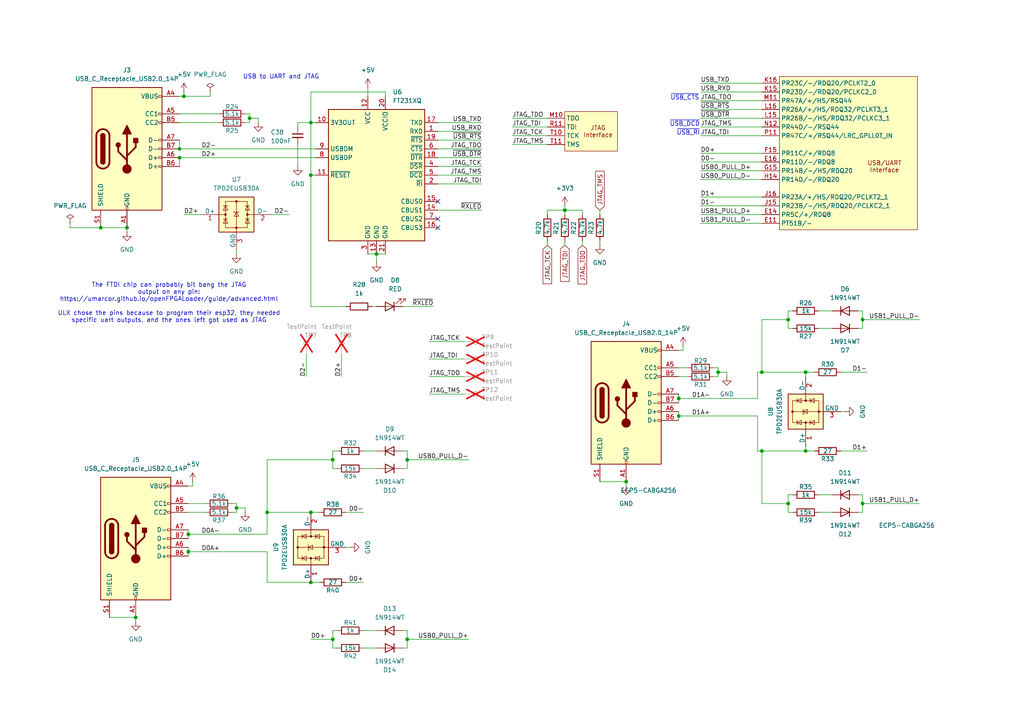
<source format=kicad_sch>
(kicad_sch (version 20250114) (generator "eeschema") (generator_version "9.0")
  (paper "A4")
  (title_block (title "Icepi zero") (date "2025-06-16") (rev "v1.2") (company "Chengyin Yao (cheyao)") (comment 1 "https://github.com/cheyao/icepi-zero") (comment 9 "OSHWA FR000026"))
  (text "~{USB_DCD}" (at 198.628 36.068 0) (effects (font (size 1.27 1.27))))
  (text "~{USB_RI}" (at 199.644 38.608 0) (effects (font (size 1.27 1.27))))
  (text "USB to UART and JTAG" (at 81.534 22.352 0) (effects (font (size 1.27 1.27))))
  (text "The FTDI chip can probably bit bang the JTAG\noutput on any pin:\nhttps://umarcor.github.io/openFPGALoader/guide/advanced.html\n\nULX chose the pins because to program their esp32, they needed\nspecific uart outputs, and the ones left got used as JTAG" (at 49.022 87.884 0) (effects (font (size 1.27 1.27))))
  (text "~{USB_CTS}" (at 198.628 28.448 0) (effects (font (size 1.27 1.27))))
  (junction (at 77.47 148.59))
  (junction (at 72.39 34.29))
  (junction (at 109.22 73.66))
  (junction (at 233.68 107.95))
  (junction (at 53.34 27.94))
  (junction (at 90.17 50.8))
  (junction (at 68.58 147.32))
  (junction (at 39.37 179.07))
  (junction (at 54.61 154.94))
  (junction (at 196.85 115.57))
  (junction (at 36.83 66.04))
  (junction (at 52.07 45.72))
  (junction (at 220.98 130.81))
  (junction (at 220.98 107.95))
  (junction (at 96.52 185.42))
  (junction (at 29.21 66.04))
  (junction (at 181.61 139.7))
  (junction (at 228.6 92.71))
  (junction (at 208.28 107.95))
  (junction (at 52.07 43.18))
  (junction (at 118.11 185.42))
  (junction (at 196.85 120.65))
  (junction (at 250.19 92.71))
  (junction (at 54.61 160.02))
  (junction (at 233.68 130.81))
  (junction (at 228.6 146.05))
  (junction (at 96.52 133.35))
  (junction (at 163.83 60.96))
  (junction (at 90.17 148.59))
  (junction (at 250.19 146.05))
  (junction (at 90.17 35.56))
  (junction (at 118.11 133.35))
  (junction (at 90.17 168.91))
  (no_connect (at 127 66.04))
  (no_connect (at 127 63.5))
  (no_connect (at 127 58.42))
  (wire (pts (xy 105.41 135.89) (xy 109.22 135.89)))
  (wire (pts (xy 158.75 69.85) (xy 158.75 71.12)))
  (wire (pts (xy 77.47 133.35) (xy 77.47 148.59)))
  (wire (pts (xy 72.39 33.02) (xy 72.39 34.29)))
  (wire (pts (xy 118.11 133.35) (xy 135.89 133.35)))
  (wire (pts (xy 100.33 88.9) (xy 90.17 88.9)))
  (wire (pts (xy 245.11 119.38) (xy 243.84 119.38)))
  (wire (pts (xy 250.19 148.59) (xy 248.92 148.59)))
  (wire (pts (xy 99.06 102.87) (xy 99.06 109.22)))
  (wire (pts (xy 116.84 187.96) (xy 118.11 187.96)))
  (wire (pts (xy 54.61 154.94) (xy 77.47 154.94)))
  (wire (pts (xy 124.46 104.14) (xy 134.62 104.14)))
  (wire (pts (xy 228.6 92.71) (xy 228.6 95.25)))
  (wire (pts (xy 90.17 88.9) (xy 90.17 50.8)))
  (wire (pts (xy 77.47 133.35) (xy 96.52 133.35)))
  (wire (pts (xy 101.6 158.75) (xy 100.33 158.75)))
  (wire (pts (xy 198.12 100.33) (xy 198.12 101.6)))
  (wire (pts (xy 173.99 69.85) (xy 173.99 71.12)))
  (wire (pts (xy 54.61 158.75) (xy 54.61 160.02)))
  (wire (pts (xy 118.11 133.35) (xy 118.11 135.89)))
  (wire (pts (xy 196.85 120.65) (xy 196.85 121.92)))
  (wire (pts (xy 233.68 107.95) (xy 220.98 107.95)))
  (wire (pts (xy 196.85 115.57) (xy 219.71 115.57)))
  (wire (pts (xy 207.01 109.22) (xy 208.28 109.22)))
  (wire (pts (xy 250.19 146.05) (xy 250.19 148.59)))
  (wire (pts (xy 96.52 130.81) (xy 97.79 130.81)))
  (wire (pts (xy 173.99 60.96) (xy 173.99 62.23)))
  (wire (pts (xy 228.6 95.25) (xy 229.87 95.25)))
  (wire (pts (xy 127 50.8) (xy 139.7 50.8)))
  (wire (pts (xy 233.68 109.22) (xy 233.68 107.95)))
  (wire (pts (xy 91.44 45.72) (xy 52.07 45.72)))
  (wire (pts (xy 203.2 34.29) (xy 220.98 34.29)))
  (wire (pts (xy 168.91 60.96) (xy 168.91 62.23)))
  (wire (pts (xy 96.52 182.88) (xy 97.79 182.88)))
  (wire (pts (xy 96.52 135.89) (xy 97.79 135.89)))
  (wire (pts (xy 127 60.96) (xy 139.7 60.96)))
  (wire (pts (xy 220.98 146.05) (xy 220.98 130.81)))
  (wire (pts (xy 158.75 60.96) (xy 158.75 62.23)))
  (wire (pts (xy 77.47 148.59) (xy 77.47 154.94)))
  (wire (pts (xy 243.84 130.81) (xy 251.46 130.81)))
  (wire (pts (xy 208.28 106.68) (xy 208.28 107.95)))
  (wire (pts (xy 148.59 41.91) (xy 158.75 41.91)))
  (wire (pts (xy 71.12 33.02) (xy 72.39 33.02)))
  (wire (pts (xy 203.2 24.13) (xy 220.98 24.13)))
  (wire (pts (xy 163.83 60.96) (xy 158.75 60.96)))
  (wire (pts (xy 55.88 139.7) (xy 55.88 140.97)))
  (wire (pts (xy 207.01 106.68) (xy 208.28 106.68)))
  (wire (pts (xy 243.84 107.95) (xy 251.46 107.95)))
  (wire (pts (xy 196.85 106.68) (xy 199.39 106.68)))
  (wire (pts (xy 228.6 143.51) (xy 229.87 143.51)))
  (wire (pts (xy 118.11 185.42) (xy 135.89 185.42)))
  (wire (pts (xy 196.85 114.3) (xy 196.85 115.57)))
  (wire (pts (xy 106.68 73.66) (xy 109.22 73.66)))
  (wire (pts (xy 233.68 130.81) (xy 233.68 129.54)))
  (wire (pts (xy 228.6 90.17) (xy 229.87 90.17)))
  (wire (pts (xy 219.71 120.65) (xy 219.71 130.81)))
  (wire (pts (xy 203.2 49.53) (xy 220.98 49.53)))
  (wire (pts (xy 210.82 109.22) (xy 210.82 107.95)))
  (wire (pts (xy 52.07 35.56) (xy 63.5 35.56)))
  (wire (pts (xy 220.98 146.05) (xy 228.6 146.05)))
  (wire (pts (xy 127 45.72) (xy 139.7 45.72)))
  (wire (pts (xy 90.17 185.42) (xy 96.52 185.42)))
  (wire (pts (xy 203.2 26.67) (xy 220.98 26.67)))
  (wire (pts (xy 250.19 143.51) (xy 250.19 146.05)))
  (wire (pts (xy 53.34 62.23) (xy 58.42 62.23)))
  (wire (pts (xy 203.2 29.21) (xy 220.98 29.21)))
  (wire (pts (xy 90.17 50.8) (xy 90.17 35.56)))
  (wire (pts (xy 90.17 148.59) (xy 77.47 148.59)))
  (wire (pts (xy 111.76 27.94) (xy 111.76 26.67)))
  (wire (pts (xy 124.46 114.3) (xy 134.62 114.3)))
  (wire (pts (xy 220.98 130.81) (xy 233.68 130.81)))
  (wire (pts (xy 203.2 64.77) (xy 220.98 64.77)))
  (wire (pts (xy 74.93 35.56) (xy 74.93 34.29)))
  (wire (pts (xy 67.31 146.05) (xy 68.58 146.05)))
  (wire (pts (xy 127 48.26) (xy 139.7 48.26)))
  (wire (pts (xy 20.32 64.77) (xy 20.32 66.04)))
  (wire (pts (xy 68.58 72.39) (xy 68.58 73.66)))
  (wire (pts (xy 148.59 36.83) (xy 158.75 36.83)))
  (wire (pts (xy 203.2 57.15) (xy 220.98 57.15)))
  (wire (pts (xy 203.2 52.07) (xy 220.98 52.07)))
  (wire (pts (xy 220.98 92.71) (xy 228.6 92.71)))
  (wire (pts (xy 86.36 36.83) (xy 86.36 35.56)))
  (wire (pts (xy 248.92 95.25) (xy 250.19 95.25)))
  (wire (pts (xy 55.88 140.97) (xy 54.61 140.97)))
  (wire (pts (xy 203.2 46.99) (xy 220.98 46.99)))
  (wire (pts (xy 72.39 34.29) (xy 72.39 35.56)))
  (wire (pts (xy 228.6 148.59) (xy 229.87 148.59)))
  (wire (pts (xy 68.58 147.32) (xy 68.58 148.59)))
  (wire (pts (xy 118.11 185.42) (xy 118.11 187.96)))
  (wire (pts (xy 96.52 187.96) (xy 97.79 187.96)))
  (wire (pts (xy 77.47 160.02) (xy 77.47 168.91)))
  (wire (pts (xy 105.41 187.96) (xy 109.22 187.96)))
  (wire (pts (xy 52.07 43.18) (xy 91.44 43.18)))
  (wire (pts (xy 124.46 99.06) (xy 134.62 99.06)))
  (wire (pts (xy 60.96 27.94) (xy 53.34 27.94)))
  (wire (pts (xy 54.61 154.94) (xy 54.61 153.67)))
  (wire (pts (xy 77.47 168.91) (xy 90.17 168.91)))
  (wire (pts (xy 100.33 148.59) (xy 105.41 148.59)))
  (wire (pts (xy 163.83 60.96) (xy 163.83 62.23)))
  (wire (pts (xy 250.19 92.71) (xy 250.19 95.25)))
  (wire (pts (xy 203.2 36.83) (xy 220.98 36.83)))
  (wire (pts (xy 203.2 39.37) (xy 220.98 39.37)))
  (wire (pts (xy 237.49 90.17) (xy 241.3 90.17)))
  (wire (pts (xy 54.61 156.21) (xy 54.61 154.94)))
  (wire (pts (xy 54.61 160.02) (xy 54.61 161.29)))
  (wire (pts (xy 96.52 187.96) (xy 96.52 185.42)))
  (wire (pts (xy 90.17 168.91) (xy 92.71 168.91)))
  (wire (pts (xy 109.22 73.66) (xy 111.76 73.66)))
  (wire (pts (xy 71.12 35.56) (xy 72.39 35.56)))
  (wire (pts (xy 196.85 115.57) (xy 196.85 116.84)))
  (wire (pts (xy 116.84 182.88) (xy 118.11 182.88)))
  (wire (pts (xy 233.68 130.81) (xy 236.22 130.81)))
  (wire (pts (xy 116.84 130.81) (xy 118.11 130.81)))
  (wire (pts (xy 163.83 59.69) (xy 163.83 60.96)))
  (wire (pts (xy 90.17 148.59) (xy 92.71 148.59)))
  (wire (pts (xy 86.36 35.56) (xy 90.17 35.56)))
  (wire (pts (xy 228.6 146.05) (xy 228.6 143.51)))
  (wire (pts (xy 106.68 25.4) (xy 106.68 27.94)))
  (wire (pts (xy 237.49 143.51) (xy 241.3 143.51)))
  (wire (pts (xy 228.6 92.71) (xy 228.6 90.17)))
  (wire (pts (xy 208.28 107.95) (xy 208.28 109.22)))
  (wire (pts (xy 67.31 148.59) (xy 68.58 148.59)))
  (wire (pts (xy 105.41 182.88) (xy 109.22 182.88)))
  (wire (pts (xy 248.92 90.17) (xy 250.19 90.17)))
  (wire (pts (xy 127 43.18) (xy 139.7 43.18)))
  (wire (pts (xy 203.2 31.75) (xy 220.98 31.75)))
  (wire (pts (xy 116.84 135.89) (xy 118.11 135.89)))
  (wire (pts (xy 250.19 92.71) (xy 266.7 92.71)))
  (wire (pts (xy 233.68 107.95) (xy 236.22 107.95)))
  (wire (pts (xy 118.11 130.81) (xy 118.11 133.35)))
  (wire (pts (xy 54.61 146.05) (xy 59.69 146.05)))
  (wire (pts (xy 54.61 160.02) (xy 77.47 160.02)))
  (wire (pts (xy 148.59 39.37) (xy 158.75 39.37)))
  (wire (pts (xy 90.17 26.67) (xy 90.17 35.56)))
  (wire (pts (xy 118.11 182.88) (xy 118.11 185.42)))
  (wire (pts (xy 203.2 62.23) (xy 220.98 62.23)))
  (wire (pts (xy 107.95 88.9) (xy 109.22 88.9)))
  (wire (pts (xy 53.34 26.67) (xy 53.34 27.94)))
  (wire (pts (xy 116.84 88.9) (xy 125.73 88.9)))
  (wire (pts (xy 208.28 107.95) (xy 210.82 107.95)))
  (wire (pts (xy 78.74 62.23) (xy 83.82 62.23)))
  (wire (pts (xy 71.12 148.59) (xy 71.12 147.32)))
  (wire (pts (xy 181.61 139.7) (xy 181.61 140.97)))
  (wire (pts (xy 248.92 143.51) (xy 250.19 143.51)))
  (wire (pts (xy 54.61 148.59) (xy 59.69 148.59)))
  (wire (pts (xy 29.21 66.04) (xy 36.83 66.04)))
  (wire (pts (xy 237.49 148.59) (xy 241.3 148.59)))
  (wire (pts (xy 96.52 135.89) (xy 96.52 133.35)))
  (wire (pts (xy 163.83 69.85) (xy 163.83 71.12)))
  (wire (pts (xy 86.36 41.91) (xy 86.36 48.26)))
  (wire (pts (xy 39.37 179.07) (xy 39.37 180.34)))
  (wire (pts (xy 219.71 107.95) (xy 219.71 115.57)))
  (wire (pts (xy 68.58 146.05) (xy 68.58 147.32)))
  (wire (pts (xy 127 40.64) (xy 139.7 40.64)))
  (wire (pts (xy 109.22 76.2) (xy 109.22 73.66)))
  (wire (pts (xy 220.98 107.95) (xy 219.71 107.95)))
  (wire (pts (xy 90.17 35.56) (xy 91.44 35.56)))
  (wire (pts (xy 52.07 33.02) (xy 63.5 33.02)))
  (wire (pts (xy 196.85 120.65) (xy 219.71 120.65)))
  (wire (pts (xy 72.39 34.29) (xy 74.93 34.29)))
  (wire (pts (xy 250.19 146.05) (xy 266.7 146.05)))
  (wire (pts (xy 68.58 147.32) (xy 71.12 147.32)))
  (wire (pts (xy 163.83 60.96) (xy 168.91 60.96)))
  (wire (pts (xy 100.33 168.91) (xy 105.41 168.91)))
  (wire (pts (xy 36.83 66.04) (xy 36.83 67.31)))
  (wire (pts (xy 53.34 27.94) (xy 52.07 27.94)))
  (wire (pts (xy 228.6 146.05) (xy 228.6 148.59)))
  (wire (pts (xy 196.85 109.22) (xy 199.39 109.22)))
  (wire (pts (xy 148.59 34.29) (xy 158.75 34.29)))
  (wire (pts (xy 219.71 130.81) (xy 220.98 130.81)))
  (wire (pts (xy 198.12 101.6) (xy 196.85 101.6)))
  (wire (pts (xy 91.44 50.8) (xy 90.17 50.8)))
  (wire (pts (xy 237.49 95.25) (xy 241.3 95.25)))
  (wire (pts (xy 96.52 133.35) (xy 96.52 130.81)))
  (wire (pts (xy 196.85 119.38) (xy 196.85 120.65)))
  (wire (pts (xy 52.07 40.64) (xy 52.07 43.18)))
  (wire (pts (xy 31.75 179.07) (xy 39.37 179.07)))
  (wire (pts (xy 96.52 185.42) (xy 96.52 182.88)))
  (wire (pts (xy 88.9 102.87) (xy 88.9 109.22)))
  (wire (pts (xy 52.07 45.72) (xy 52.07 48.26)))
  (wire (pts (xy 127 38.1) (xy 139.7 38.1)))
  (wire (pts (xy 203.2 44.45) (xy 220.98 44.45)))
  (wire (pts (xy 60.96 26.67) (xy 60.96 27.94)))
  (wire (pts (xy 168.91 69.85) (xy 168.91 71.12)))
  (wire (pts (xy 127 35.56) (xy 139.7 35.56)))
  (wire (pts (xy 20.32 66.04) (xy 29.21 66.04)))
  (wire (pts (xy 173.99 139.7) (xy 181.61 139.7)))
  (wire (pts (xy 111.76 26.67) (xy 90.17 26.67)))
  (wire (pts (xy 124.46 109.22) (xy 134.62 109.22)))
  (wire (pts (xy 203.2 59.69) (xy 220.98 59.69)))
  (wire (pts (xy 127 53.34) (xy 139.7 53.34)))
  (wire (pts (xy 250.19 90.17) (xy 250.19 92.71)))
  (wire (pts (xy 220.98 107.95) (xy 220.98 92.71)))
  (wire (pts (xy 105.41 130.81) (xy 109.22 130.81)))
  (label "JTAG_TDO" (at 139.7 43.18 180))
  (label "JTAG_TCK" (at 139.7 48.26 180))
  (label "D0+" (at 203.2 44.45 0))
  (label "D2-" (at 83.82 62.23 180))
  (label "D0-" (at 105.41 148.59 180))
  (label "~{USB_DTR}" (at 139.7 45.72 180))
  (label "USB1_PULL_D-" (at 266.7 92.71 180))
  (label "USB1_PULL_D-" (at 203.2 64.77 0))
  (label "USB1_PULL_D+" (at 203.2 62.23 0))
  (label "D0A-" (at 58.42 154.94 0))
  (label "D1A+" (at 200.66 120.65 0))
  (label "~{USB_RTS}" (at 203.2 31.75 0))
  (label "~{RXLED}" (at 125.73 88.9 180))
  (label "JTAG_TDI" (at 139.7 53.34 180))
  (label "JTAG_TDI" (at 148.59 36.83 0))
  (label "D1-" (at 203.2 59.69 0))
  (label "D1-" (at 251.46 107.95 180))
  (label "JTAG_TMS" (at 148.59 41.91 0))
  (label "D2-" (at 58.42 43.18 0))
  (label "JTAG_TDI" (at 203.2 39.37 0))
  (label "D2-" (at 88.9 109.22 90))
  (label "D0+" (at 90.17 185.42 0))
  (label "USB0_PULL_D+" (at 203.2 49.53 0))
  (label "USB_TXD" (at 139.7 35.56 180))
  (label "~{RXLED}" (at 139.7 60.96 180))
  (label "~{USB_RTS}" (at 139.7 40.64 180))
  (label "USB0_PULL_D-" (at 203.2 52.07 0))
  (label "D2+" (at 53.34 62.23 0))
  (label "D1A-" (at 200.66 115.57 0))
  (label "JTAG_TCK" (at 124.46 99.06 0))
  (label "JTAG_TDO" (at 148.59 34.29 0))
  (label "D1+" (at 251.46 130.81 180))
  (label "USB0_PULL_D-" (at 135.89 133.35 180))
  (label "D0A+" (at 58.42 160.02 0))
  (label "D2+" (at 58.42 45.72 0))
  (label "USB1_PULL_D+" (at 266.7 146.05 180))
  (label "USB_TXD" (at 203.2 24.13 0))
  (label "USB0_PULL_D+" (at 135.89 185.42 180))
  (label "D1+" (at 203.2 57.15 0))
  (label "D0+" (at 105.41 168.91 180))
  (label "D0-" (at 203.2 46.99 0))
  (label "~{USB_DTR}" (at 203.2 34.29 0))
  (label "JTAG_TDI" (at 124.46 104.14 0))
  (label "JTAG_TMS" (at 139.7 50.8 180))
  (label "JTAG_TMS" (at 203.2 36.83 0))
  (label "USB_RXD" (at 139.7 38.1 180))
  (label "JTAG_TDO" (at 203.2 29.21 0))
  (label "JTAG_TCK" (at 148.59 39.37 0))
  (label "D2+" (at 99.06 109.22 90))
  (label "JTAG_TDO" (at 124.46 109.22 0))
  (label "USB_RXD" (at 203.2 26.67 0))
  (label "JTAG_TMS" (at 124.46 114.3 0))
  (global_label "JTAG_TMS" (shape input) (at 173.99 60.96 90) (property "Intersheetrefs" "${INTERSHEET_REFS}" (effects (hide yes))))
  (global_label "JTAG_TCK" (shape input) (at 158.75 71.12 270) (property "Intersheetrefs" "${INTERSHEET_REFS}" (effects (hide yes))))
  (global_label "JTAG_TDI" (shape input) (at 163.83 71.12 270) (property "Intersheetrefs" "${INTERSHEET_REFS}" (effects (hide yes))))
  (global_label "JTAG_TDO" (shape input) (at 168.91 71.12 270) (property "Intersheetrefs" "${INTERSHEET_REFS}" (effects (hide yes))))
  (symbol (lib_id "Device:R") (at 240.03 130.81 270) (unit 1)
    (property "Reference" "R33" (at 240.03 133.096 90))
    (property "Value" "27" (at 240.03 130.81 90))
    (property "Footprint" "Resistor_SMD:R_0201_0603Metric" (effects (hide yes)))
    (property "Description" "Resistor" (effects (hide yes)))
    (property "LCSC Part #" "C473051" (effects (hide yes)))
  )
  (symbol (lib_id "Connector:USB_C_Receptacle_USB2.0_14P") (at 181.61 116.84 0) (unit 1)
    (property "Reference" "J4" (at 181.61 93.98 0))
    (property "Value" "USB_C_Receptacle_USB2.0_14P" (at 181.61 96.52 0))
    (property "Footprint" "Connector_USB:USB_C_Receptacle_GCT_USB4105-xx-A_16P_TopMnt_Horizontal" (effects (hide yes)))
    (property "Datasheet" "https://www.usb.org/sites/default/files/documents/usb_type-c.zip" (effects (hide yes)))
    (property "Description" "USB 2.0-only 14P Type-C Receptacle connector" (effects (hide yes)))
    (property "LCSC Part #" "C2765186" (effects (hide yes)))
  )
  (symbol (lib_id "Diode:1N914WT") (at 245.11 148.59 0) (mirror y) (unit 1)
    (property "Reference" "D12" (at 245.11 154.94 0))
    (property "Value" "1N914WT" (at 245.11 152.4 0))
    (property "Footprint" "Diode_SMD:D_SOD-523" (effects (hide yes)))
    (property "Datasheet" "http://www.mouser.com/ds/2/149/1N4148WT-461550.pdf" (effects (hide yes)))
    (property "Description" "75V 0.15A Fast switching Diode, SOD-523" (effects (hide yes)))
    (property "Sim.Device" "D" (effects (hide yes)))
    (property "Sim.Pins" "1=K 2=A" (effects (hide yes)))
    (property "LCSC Part #" "C2836064" (effects (hide yes)))
  )
  (symbol (lib_id "Power_Protection:TPD2EUSB30A") (at 68.58 62.23 0) (unit 1)
    (property "Reference" "U7" (at 68.58 52.07 0))
    (property "Value" "TPD2EUSB30A" (at 68.58 54.61 0))
    (property "Footprint" "Package_TO_SOT_SMD:Texas_DRT-3" (effects (hide yes)))
    (property "Datasheet" "http://www.ti.com/lit/ds/symlink/tpd2eusb30a.pdf" (effects (hide yes)))
    (property "Description" "2-Channel ESD Protection for Super-Speed USB 3.0 Interface, DRT-3" (effects (hide yes)))
    (property "LCSC Part #" "C3011197" (effects (hide yes)))
  )
  (symbol (lib_id "Device:R") (at 233.68 90.17 270) (mirror x) (unit 1)
    (property "Reference" "R26" (at 233.68 87.884 90))
    (property "Value" "1k" (at 233.68 90.17 90))
    (property "Footprint" "Resistor_SMD:R_0402_1005Metric" (effects (hide yes)))
    (property "Description" "Resistor" (effects (hide yes)))
    (property "LCSC Part #" "C11702" (effects (hide yes)))
  )
  (symbol (lib_id "power:GND") (at 71.12 148.59 0) (unit 1)
    (property "Reference" "#PWR068" (effects (hide yes)))
    (property "Value" "GND" (at 71.12 153.67 0))
    (property "Description" "Power symbol creates a global label with name \"GND\" , ground" (effects (hide yes)))
  )
  (symbol (lib_id "power:+5V") (at 106.68 25.4 0) (unit 1)
    (property "Reference" "#PWR056" (effects (hide yes)))
    (property "Value" "+5V" (at 106.68 20.32 0))
    (property "Description" "Power symbol creates a global label with name \"+5V\"" (effects (hide yes)))
  )
  (symbol (lib_id "power:GND") (at 210.82 109.22 0) (unit 1)
    (property "Reference" "#PWR064" (effects (hide yes)))
    (property "Value" "GND" (at 210.82 114.3 0))
    (property "Description" "Power symbol creates a global label with name \"GND\" , ground" (effects (hide yes)))
  )
  (symbol (lib_id "Connector:TestPoint") (at 134.62 104.14 270) (unit 1) (dnp yes)
    (property "Reference" "TP10" (at 139.7 102.8699 90) (effects (justify left)))
    (property "Value" "TestPoint" (at 139.7 105.4099 90) (effects (justify left)))
    (property "Footprint" "TestPoint:TestPoint_Pad_D1.0mm" (effects (hide yes)))
    (property "Description" "test point" (effects (hide yes)))
  )
  (symbol (lib_id "power:GND") (at 181.61 140.97 0) (unit 1)
    (property "Reference" "#PWR067" (effects (hide yes)))
    (property "Value" "GND" (at 181.61 146.05 0))
    (property "Description" "Power symbol creates a global label with name \"GND\" , ground" (effects (hide yes)))
  )
  (symbol (lib_id "power:GND") (at 36.83 67.31 0) (unit 1)
    (property "Reference" "#PWR060" (effects (hide yes)))
    (property "Value" "GND" (at 36.83 72.39 0))
    (property "Description" "Power symbol creates a global label with name \"GND\" , ground" (effects (hide yes)))
  )
  (symbol (lib_id "Connector:USB_C_Receptacle_USB2.0_14P") (at 36.83 43.18 0) (unit 1)
    (property "Reference" "J3" (at 36.83 20.32 0))
    (property "Value" "USB_C_Receptacle_USB2.0_14P" (at 36.83 22.86 0))
    (property "Footprint" "Connector_USB:USB_C_Receptacle_GCT_USB4105-xx-A_16P_TopMnt_Horizontal" (effects (hide yes)))
    (property "Datasheet" "https://www.usb.org/sites/default/files/documents/usb_type-c.zip" (effects (hide yes)))
    (property "Description" "USB 2.0-only 14P Type-C Receptacle connector" (effects (hide yes)))
    (property "LCSC Part #" "C2765186" (effects (hide yes)))
  )
  (symbol (lib_id "power:GND") (at 109.22 76.2 0) (unit 1)
    (property "Reference" "#PWR062" (effects (hide yes)))
    (property "Value" "GND" (at 109.22 81.28 0))
    (property "Description" "Power symbol creates a global label with name \"GND\" , ground" (effects (hide yes)))
  )
  (symbol (lib_id "Diode:1N914WT") (at 113.03 182.88 0) (mirror x) (unit 1)
    (property "Reference" "D13" (at 113.03 176.53 0))
    (property "Value" "1N914WT" (at 113.03 179.07 0))
    (property "Footprint" "Diode_SMD:D_SOD-523" (effects (hide yes)))
    (property "Datasheet" "http://www.mouser.com/ds/2/149/1N4148WT-461550.pdf" (effects (hide yes)))
    (property "Description" "75V 0.15A Fast switching Diode, SOD-523" (effects (hide yes)))
    (property "Sim.Device" "D" (effects (hide yes)))
    (property "Sim.Pins" "1=K 2=A" (effects (hide yes)))
    (property "LCSC Part #" "C2836064" (effects (hide yes)))
  )
  (symbol (lib_id "Device:R") (at 96.52 148.59 270) (mirror x) (unit 1)
    (property "Reference" "R38" (at 96.52 146.304 90))
    (property "Value" "27" (at 96.52 148.59 90))
    (property "Footprint" "Resistor_SMD:R_0201_0603Metric" (effects (hide yes)))
    (property "Description" "Resistor" (effects (hide yes)))
    (property "LCSC Part #" "C473051" (effects (hide yes)))
  )
  (symbol (lib_id "Device:R") (at 203.2 109.22 270) (unit 1)
    (property "Reference" "R31" (at 203.2 111.506 90))
    (property "Value" "5.1k" (at 203.2 109.22 90))
    (property "Footprint" "Resistor_SMD:R_0402_1005Metric" (effects (hide yes)))
    (property "Description" "Resistor" (effects (hide yes)))
    (property "LCSC Part #" "C25905 " (effects (hide yes)))
  )
  (symbol (lib_id "Device:R") (at 101.6 135.89 270) (unit 1)
    (property "Reference" "R34" (at 101.6 138.176 90))
    (property "Value" "15k" (at 101.6 135.89 90))
    (property "Footprint" "Resistor_SMD:R_0402_1005Metric" (effects (hide yes)))
    (property "Description" "Resistor" (effects (hide yes)))
    (property "LCSC Part #" "C25756" (effects (hide yes)))
  )
  (symbol (lib_id "Device:R") (at 168.91 66.04 0) (unit 1)
    (property "Reference" "R22" (at 166.37 68.072 90) (effects (justify left)))
    (property "Value" "4.7k" (at 168.91 68.072 90) (effects (justify left)))
    (property "Footprint" "Resistor_SMD:R_0402_1005Metric" (effects (hide yes)))
    (property "Description" "Resistor" (effects (hide yes)))
    (property "LCSC Part #" "C25900 " (effects (hide yes)))
  )
  (symbol (lib_id "Diode:1N914WT") (at 245.11 95.25 0) (mirror y) (unit 1)
    (property "Reference" "D7" (at 245.11 101.6 0))
    (property "Value" "1N914WT" (at 245.11 99.06 0))
    (property "Footprint" "Diode_SMD:D_SOD-523" (effects (hide yes)))
    (property "Datasheet" "http://www.mouser.com/ds/2/149/1N4148WT-461550.pdf" (effects (hide yes)))
    (property "Description" "75V 0.15A Fast switching Diode, SOD-523" (effects (hide yes)))
    (property "Sim.Device" "D" (effects (hide yes)))
    (property "Sim.Pins" "1=K 2=A" (effects (hide yes)))
    (property "LCSC Part #" "C2836064" (effects (hide yes)))
  )
  (symbol (lib_id "Device:R") (at 101.6 130.81 270) (mirror x) (unit 1)
    (property "Reference" "R32" (at 101.6 128.524 90))
    (property "Value" "1k" (at 101.6 130.81 90))
    (property "Footprint" "Resistor_SMD:R_0402_1005Metric" (effects (hide yes)))
    (property "Description" "Resistor" (effects (hide yes)))
    (property "LCSC Part #" "C11702" (effects (hide yes)))
  )
  (symbol (lib_id "Device:C_Small") (at 86.36 39.37 0) (unit 1)
    (property "Reference" "C38" (at 78.486 38.354 0) (effects (justify left)))
    (property "Value" "100nF" (at 78.486 40.894 0) (effects (justify left)))
    (property "Footprint" "Capacitor_SMD:C_0402_1005Metric" (effects (hide yes)))
    (property "Description" "Unpolarized capacitor, small symbol" (effects (hide yes)))
    (property "LCSC Part #" "C307331 " (effects (hide yes)))
  )
  (symbol (lib_id "Device:R") (at 163.83 66.04 0) (unit 1)
    (property "Reference" "R21" (at 161.29 68.072 90) (effects (justify left)))
    (property "Value" "4.7k" (at 163.83 68.072 90) (effects (justify left)))
    (property "Footprint" "Resistor_SMD:R_0402_1005Metric" (effects (hide yes)))
    (property "Description" "Resistor" (effects (hide yes)))
    (property "LCSC Part #" "C25900 " (effects (hide yes)))
  )
  (symbol (lib_id "Connector:TestPoint") (at 99.06 102.87 0) (unit 1) (dnp yes)
    (property "Reference" "TP8" (at 102.108 97.282 0) (effects (justify right)))
    (property "Value" "TestPoint" (at 102.108 94.742 0) (effects (justify right)))
    (property "Footprint" "TestPoint:TestPoint_Pad_D2.0mm" (effects (hide yes)))
    (property "Description" "test point" (effects (hide yes)))
  )
  (symbol (lib_id "power:GND") (at 74.93 35.56 0) (unit 1)
    (property "Reference" "#PWR058" (effects (hide yes)))
    (property "Value" "GND" (at 74.93 40.64 0))
    (property "Description" "Power symbol creates a global label with name \"GND\" , ground" (effects (hide yes)))
  )
  (symbol (lib_id "power:GND") (at 86.36 48.26 0) (unit 1)
    (property "Reference" "#PWR059" (effects (hide yes)))
    (property "Value" "GND" (at 86.36 53.34 0))
    (property "Description" "Power symbol creates a global label with name \"GND\" , ground" (effects (hide yes)))
  )
  (symbol (lib_id "Device:LED") (at 113.03 88.9 180) (unit 1)
    (property "Reference" "D8" (at 114.6175 81.28 0))
    (property "Value" "RED" (at 114.6175 83.82 0))
    (property "Footprint" "LED_SMD:LED_0603_1608Metric" (effects (hide yes)))
    (property "Description" "Light emitting diode" (effects (hide yes)))
    (property "Sim.Pins" "1=K 2=A" (effects (hide yes)))
    (property "LCSC Part #" "C2286 " (effects (hide yes)))
  )
  (symbol (lib_id "Diode:1N914WT") (at 113.03 187.96 0) (mirror y) (unit 1)
    (property "Reference" "D14" (at 113.03 194.31 0))
    (property "Value" "1N914WT" (at 113.03 191.77 0))
    (property "Footprint" "Diode_SMD:D_SOD-523" (effects (hide yes)))
    (property "Datasheet" "http://www.mouser.com/ds/2/149/1N4148WT-461550.pdf" (effects (hide yes)))
    (property "Description" "75V 0.15A Fast switching Diode, SOD-523" (effects (hide yes)))
    (property "Sim.Device" "D" (effects (hide yes)))
    (property "Sim.Pins" "1=K 2=A" (effects (hide yes)))
    (property "LCSC Part #" "C2836064" (effects (hide yes)))
  )
  (symbol (lib_id "power:+5V") (at 198.12 100.33 0) (unit 1)
    (property "Reference" "#PWR063" (effects (hide yes)))
    (property "Value" "+5V" (at 198.12 95.25 0))
    (property "Description" "Power symbol creates a global label with name \"+5V\"" (effects (hide yes)))
  )
  (symbol (lib_id "power:GND") (at 68.58 73.66 0) (unit 1)
    (property "Reference" "#PWR061" (effects (hide yes)))
    (property "Value" "GND" (at 68.58 78.74 0))
    (property "Description" "Power symbol creates a global label with name \"GND\" , ground" (effects (hide yes)))
  )
  (symbol (lib_id "Device:R") (at 104.14 88.9 90) (unit 1)
    (property "Reference" "R28" (at 104.14 82.55 90))
    (property "Value" "1k" (at 104.14 85.09 90))
    (property "Footprint" "Resistor_SMD:R_0402_1005Metric" (effects (hide yes)))
    (property "Description" "Resistor" (effects (hide yes)))
    (property "LCSC Part #" "C11702" (effects (hide yes)))
  )
  (symbol (lib_id "Interface_USB:FT231XQ") (at 109.22 50.8 0) (unit 1)
    (property "Reference" "U6" (at 113.9033 26.67 0) (effects (justify left)))
    (property "Value" "FT231XQ" (at 113.9033 29.21 0) (effects (justify left)))
    (property "Footprint" "Package_DFN_QFN:QFN-20-1EP_4x4mm_P0.5mm_EP2.5x2.5mm" (effects (hide yes)))
    (property "Datasheet" "https://www.ftdichip.com/Support/Documents/DataSheets/ICs/DS_FT231X.pdf" (effects (hide yes)))
    (property "Description" "Full Speed USB to Full Handshake UART, QFN-20" (effects (hide yes)))
    (property "LCSC Part #" "C132159" (effects (hide yes)))
  )
  (symbol (lib_id "Power_Protection:TPD2EUSB30A") (at 90.17 158.75 90) (unit 1)
    (property "Reference" "U9" (at 80.01 158.75 0))
    (property "Value" "TPD2EUSB30A" (at 82.55 158.75 0))
    (property "Footprint" "Package_TO_SOT_SMD:Texas_DRT-3" (effects (hide yes)))
    (property "Datasheet" "http://www.ti.com/lit/ds/symlink/tpd2eusb30a.pdf" (effects (hide yes)))
    (property "Description" "2-Channel ESD Protection for Super-Speed USB 3.0 Interface, DRT-3" (effects (hide yes)))
    (property "LCSC Part #" "C3011197" (effects (hide yes)))
  )
  (symbol (lib_id "Diode:1N914WT") (at 245.11 143.51 0) (mirror x) (unit 1)
    (property "Reference" "D11" (at 245.11 137.16 0))
    (property "Value" "1N914WT" (at 245.11 139.7 0))
    (property "Footprint" "Diode_SMD:D_SOD-523" (effects (hide yes)))
    (property "Datasheet" "http://www.mouser.com/ds/2/149/1N4148WT-461550.pdf" (effects (hide yes)))
    (property "Description" "75V 0.15A Fast switching Diode, SOD-523" (effects (hide yes)))
    (property "Sim.Device" "D" (effects (hide yes)))
    (property "Sim.Pins" "1=K 2=A" (effects (hide yes)))
    (property "LCSC Part #" "C2836064" (effects (hide yes)))
  )
  (symbol (lib_id "Device:R") (at 67.31 35.56 270) (unit 1)
    (property "Reference" "R25" (at 67.31 37.846 90))
    (property "Value" "5.1k" (at 67.31 35.56 90))
    (property "Footprint" "Resistor_SMD:R_0402_1005Metric" (effects (hide yes)))
    (property "Description" "Resistor" (effects (hide yes)))
    (property "LCSC Part #" "C25905 " (effects (hide yes)))
  )
  (symbol (lib_id "Device:R") (at 173.99 66.04 0) (unit 1)
    (property "Reference" "R23" (at 171.45 68.072 90) (effects (justify left)))
    (property "Value" "4.7k" (at 173.99 68.072 90) (effects (justify left)))
    (property "Footprint" "Resistor_SMD:R_0402_1005Metric" (effects (hide yes)))
    (property "Description" "Resistor" (effects (hide yes)))
    (property "LCSC Part #" "C25900 " (effects (hide yes)))
  )
  (symbol (lib_id "power:PWR_FLAG") (at 20.32 64.77 0) (unit 1)
    (property "Reference" "#FLG07" (effects (hide yes)))
    (property "Value" "PWR_FLAG" (at 20.32 59.69 0))
    (property "Description" "Special symbol for telling ERC where power comes from" (effects (hide yes)))
  )
  (symbol (lib_id "power:+5V") (at 55.88 139.7 0) (unit 1)
    (property "Reference" "#PWR066" (effects (hide yes)))
    (property "Value" "+5V" (at 55.88 134.62 0))
    (property "Description" "Power symbol creates a global label with name \"+5V\"" (effects (hide yes)))
  )
  (symbol (lib_id "icepi-lib:LFE5U-25F-6BG256x") (at 171.45 38.1 0) (unit 2)
    (property "Reference" "U1" (effects (hide yes)))
    (property "Value" "ECP5-CABGA256" (at 179.9433 142.24 0) (effects (justify left)))
    (property "Footprint" "Package_BGA:BGA-256_14.0x14.0mm_Layout16x16_P0.8mm_Ball0.45mm_Pad0.32mm_NSMD" (effects (hide yes)))
    (property "Description" "ECP5 FPGA, 24K LUTs, 1.2V, BGA-256" (effects (hide yes)))
  )
  (symbol (lib_id "Connector:TestPoint") (at 134.62 109.22 270) (unit 1) (dnp yes)
    (property "Reference" "TP11" (at 139.7 107.9499 90) (effects (justify left)))
    (property "Value" "TestPoint" (at 139.7 110.4899 90) (effects (justify left)))
    (property "Footprint" "TestPoint:TestPoint_Pad_D1.0mm" (effects (hide yes)))
    (property "Description" "test point" (effects (hide yes)))
  )
  (symbol (lib_id "power:GND") (at 173.99 71.12 0) (unit 1)
    (property "Reference" "#PWR055" (effects (hide yes)))
    (property "Value" "GND" (at 173.99 76.2 0))
    (property "Description" "Power symbol creates a global label with name \"GND\" , ground" (effects (hide yes)))
  )
  (symbol (lib_id "Device:R") (at 233.68 148.59 270) (unit 1)
    (property "Reference" "R39" (at 233.68 150.876 90))
    (property "Value" "15k" (at 233.68 148.59 90))
    (property "Footprint" "Resistor_SMD:R_0402_1005Metric" (effects (hide yes)))
    (property "Description" "Resistor" (effects (hide yes)))
    (property "LCSC Part #" "C25756" (effects (hide yes)))
  )
  (symbol (lib_id "Diode:1N914WT") (at 113.03 135.89 0) (mirror y) (unit 1)
    (property "Reference" "D10" (at 113.03 142.24 0))
    (property "Value" "1N914WT" (at 113.03 139.7 0))
    (property "Footprint" "Diode_SMD:D_SOD-523" (effects (hide yes)))
    (property "Datasheet" "http://www.mouser.com/ds/2/149/1N4148WT-461550.pdf" (effects (hide yes)))
    (property "Description" "75V 0.15A Fast switching Diode, SOD-523" (effects (hide yes)))
    (property "Sim.Device" "D" (effects (hide yes)))
    (property "Sim.Pins" "1=K 2=A" (effects (hide yes)))
    (property "LCSC Part #" "C2836064" (effects (hide yes)))
  )
  (symbol (lib_id "power:GND") (at 39.37 180.34 0) (unit 1)
    (property "Reference" "#PWR070" (effects (hide yes)))
    (property "Value" "GND" (at 39.37 185.42 0))
    (property "Description" "Power symbol creates a global label with name \"GND\" , ground" (effects (hide yes)))
  )
  (symbol (lib_id "power:+5V") (at 53.34 26.67 0) (unit 1)
    (property "Reference" "#PWR057" (effects (hide yes)))
    (property "Value" "+5V" (at 53.34 21.59 0))
    (property "Description" "Power symbol creates a global label with name \"+5V\"" (effects (hide yes)))
  )
  (symbol (lib_id "power:GND") (at 101.6 158.75 90) (unit 1)
    (property "Reference" "#PWR069" (effects (hide yes)))
    (property "Value" "GND" (at 106.68 158.75 0))
    (property "Description" "Power symbol creates a global label with name \"GND\" , ground" (effects (hide yes)))
  )
  (symbol (lib_id "Diode:1N914WT") (at 245.11 90.17 0) (mirror x) (unit 1)
    (property "Reference" "D6" (at 245.11 83.82 0))
    (property "Value" "1N914WT" (at 245.11 86.36 0))
    (property "Footprint" "Diode_SMD:D_SOD-523" (effects (hide yes)))
    (property "Datasheet" "http://www.mouser.com/ds/2/149/1N4148WT-461550.pdf" (effects (hide yes)))
    (property "Description" "75V 0.15A Fast switching Diode, SOD-523" (effects (hide yes)))
    (property "Sim.Device" "D" (effects (hide yes)))
    (property "Sim.Pins" "1=K 2=A" (effects (hide yes)))
    (property "LCSC Part #" "C2836064" (effects (hide yes)))
  )
  (symbol (lib_id "Device:R") (at 96.52 168.91 270) (unit 1)
    (property "Reference" "R40" (at 96.52 171.196 90))
    (property "Value" "27" (at 96.52 168.91 90))
    (property "Footprint" "Resistor_SMD:R_0201_0603Metric" (effects (hide yes)))
    (property "Description" "Resistor" (effects (hide yes)))
    (property "LCSC Part #" "C473051" (effects (hide yes)))
  )
  (symbol (lib_id "Connector:TestPoint") (at 134.62 114.3 270) (unit 1) (dnp yes)
    (property "Reference" "TP12" (at 139.7 113.0299 90) (effects (justify left)))
    (property "Value" "TestPoint" (at 139.7 115.5699 90) (effects (justify left)))
    (property "Footprint" "TestPoint:TestPoint_Pad_D1.0mm" (effects (hide yes)))
    (property "Description" "test point" (effects (hide yes)))
  )
  (symbol (lib_id "Power_Protection:TPD2EUSB30A") (at 233.68 119.38 90) (unit 1)
    (property "Reference" "U8" (at 223.52 119.38 0))
    (property "Value" "TPD2EUSB30A" (at 226.06 119.38 0))
    (property "Footprint" "Package_TO_SOT_SMD:Texas_DRT-3" (effects (hide yes)))
    (property "Datasheet" "http://www.ti.com/lit/ds/symlink/tpd2eusb30a.pdf" (effects (hide yes)))
    (property "Description" "2-Channel ESD Protection for Super-Speed USB 3.0 Interface, DRT-3" (effects (hide yes)))
    (property "LCSC Part #" "C3011197" (effects (hide yes)))
  )
  (symbol (lib_id "Connector:TestPoint") (at 134.62 99.06 270) (unit 1) (dnp yes)
    (property "Reference" "TP9" (at 139.7 97.7899 90) (effects (justify left)))
    (property "Value" "TestPoint" (at 139.7 100.3299 90) (effects (justify left)))
    (property "Footprint" "TestPoint:TestPoint_Pad_D1.0mm" (effects (hide yes)))
    (property "Description" "test point" (effects (hide yes)))
  )
  (symbol (lib_id "Device:R") (at 203.2 106.68 90) (unit 1)
    (property "Reference" "R29" (at 203.2 104.648 90))
    (property "Value" "5.1k" (at 203.2 106.68 90))
    (property "Footprint" "Resistor_SMD:R_0402_1005Metric" (effects (hide yes)))
    (property "Description" "Resistor" (effects (hide yes)))
    (property "LCSC Part #" "C25905 " (effects (hide yes)))
  )
  (symbol (lib_id "Device:R") (at 158.75 66.04 0) (unit 1)
    (property "Reference" "R20" (at 156.21 68.072 90) (effects (justify left)))
    (property "Value" "4.7k" (at 158.75 68.072 90) (effects (justify left)))
    (property "Footprint" "Resistor_SMD:R_0402_1005Metric" (effects (hide yes)))
    (property "Description" "Resistor" (effects (hide yes)))
    (property "LCSC Part #" "C25900 " (effects (hide yes)))
  )
  (symbol (lib_id "Diode:1N914WT") (at 113.03 130.81 0) (mirror x) (unit 1)
    (property "Reference" "D9" (at 113.03 124.46 0))
    (property "Value" "1N914WT" (at 113.03 127 0))
    (property "Footprint" "Diode_SMD:D_SOD-523" (effects (hide yes)))
    (property "Datasheet" "http://www.mouser.com/ds/2/149/1N4148WT-461550.pdf" (effects (hide yes)))
    (property "Description" "75V 0.15A Fast switching Diode, SOD-523" (effects (hide yes)))
    (property "Sim.Device" "D" (effects (hide yes)))
    (property "Sim.Pins" "1=K 2=A" (effects (hide yes)))
    (property "LCSC Part #" "C2836064" (effects (hide yes)))
  )
  (symbol (lib_id "power:PWR_FLAG") (at 60.96 26.67 0) (unit 1)
    (property "Reference" "#FLG06" (effects (hide yes)))
    (property "Value" "PWR_FLAG" (at 60.96 21.59 0))
    (property "Description" "Special symbol for telling ERC where power comes from" (effects (hide yes)))
  )
  (symbol (lib_id "Device:R") (at 240.03 107.95 270) (mirror x) (unit 1)
    (property "Reference" "R30" (at 240.03 105.664 90))
    (property "Value" "27" (at 240.03 107.95 90))
    (property "Footprint" "Resistor_SMD:R_0201_0603Metric" (effects (hide yes)))
    (property "Description" "Resistor" (effects (hide yes)))
    (property "LCSC Part #" "C473051" (effects (hide yes)))
  )
  (symbol (lib_id "Device:R") (at 233.68 95.25 270) (unit 1)
    (property "Reference" "R27" (at 233.68 97.536 90))
    (property "Value" "15k" (at 233.68 95.25 90))
    (property "Footprint" "Resistor_SMD:R_0402_1005Metric" (effects (hide yes)))
    (property "Description" "Resistor" (effects (hide yes)))
    (property "LCSC Part #" "C25756" (effects (hide yes)))
  )
  (symbol (lib_id "Connector:TestPoint") (at 88.9 102.87 0) (unit 1) (dnp yes)
    (property "Reference" "TP7" (at 91.948 97.282 0) (effects (justify right)))
    (property "Value" "TestPoint" (at 91.948 94.742 0) (effects (justify right)))
    (property "Footprint" "TestPoint:TestPoint_Pad_D2.0mm" (effects (hide yes)))
    (property "Description" "test point" (effects (hide yes)))
  )
  (symbol (lib_id "Device:R") (at 63.5 148.59 270) (unit 1)
    (property "Reference" "R37" (at 63.5 150.876 90))
    (property "Value" "5.1k" (at 63.5 148.59 90))
    (property "Footprint" "Resistor_SMD:R_0402_1005Metric" (effects (hide yes)))
    (property "Description" "Resistor" (effects (hide yes)))
    (property "LCSC Part #" "C25905 " (effects (hide yes)))
  )
  (symbol (lib_id "Device:R") (at 63.5 146.05 90) (unit 1)
    (property "Reference" "R36" (at 63.5 144.018 90))
    (property "Value" "5.1k" (at 63.5 146.05 90))
    (property "Footprint" "Resistor_SMD:R_0402_1005Metric" (effects (hide yes)))
    (property "Description" "Resistor" (effects (hide yes)))
    (property "LCSC Part #" "C25905 " (effects (hide yes)))
  )
  (symbol (lib_id "Device:R") (at 101.6 187.96 270) (unit 1)
    (property "Reference" "R42" (at 101.6 190.246 90))
    (property "Value" "15k" (at 101.6 187.96 90))
    (property "Footprint" "Resistor_SMD:R_0402_1005Metric" (effects (hide yes)))
    (property "Description" "Resistor" (effects (hide yes)))
    (property "LCSC Part #" "C25756" (effects (hide yes)))
  )
  (symbol (lib_id "power:+3V3") (at 163.83 59.69 0) (unit 1)
    (property "Reference" "#PWR054" (effects (hide yes)))
    (property "Value" "+3V3" (at 163.83 54.61 0))
    (property "Description" "Power symbol creates a global label with name \"+3V3\"" (effects (hide yes)))
  )
  (symbol (lib_id "Device:R") (at 101.6 182.88 270) (mirror x) (unit 1)
    (property "Reference" "R41" (at 101.6 180.594 90))
    (property "Value" "1k" (at 101.6 182.88 90))
    (property "Footprint" "Resistor_SMD:R_0402_1005Metric" (effects (hide yes)))
    (property "Description" "Resistor" (effects (hide yes)))
    (property "LCSC Part #" "C11702" (effects (hide yes)))
  )
  (symbol (lib_id "icepi-lib:LFE5U-25F-6BG256x") (at 246.38 48.26 0) (unit 5)
    (property "Reference" "U1" (effects (hide yes)))
    (property "Value" "ECP5-CABGA256" (at 254.8733 152.4 0) (effects (justify left)))
    (property "Footprint" "Package_BGA:BGA-256_14.0x14.0mm_Layout16x16_P0.8mm_Ball0.45mm_Pad0.32mm_NSMD" (effects (hide yes)))
    (property "Description" "ECP5 FPGA, 24K LUTs, 1.2V, BGA-256" (effects (hide yes)))
  )
  (symbol (lib_id "Device:R") (at 233.68 143.51 270) (mirror x) (unit 1)
    (property "Reference" "R35" (at 233.68 141.224 90))
    (property "Value" "1k" (at 233.68 143.51 90))
    (property "Footprint" "Resistor_SMD:R_0402_1005Metric" (effects (hide yes)))
    (property "Description" "Resistor" (effects (hide yes)))
    (property "LCSC Part #" "C11702" (effects (hide yes)))
  )
  (symbol (lib_id "Device:R") (at 67.31 33.02 90) (unit 1)
    (property "Reference" "R24" (at 67.31 30.988 90))
    (property "Value" "5.1k" (at 67.31 33.02 90))
    (property "Footprint" "Resistor_SMD:R_0402_1005Metric" (effects (hide yes)))
    (property "Description" "Resistor" (effects (hide yes)))
    (property "LCSC Part #" "C25905 " (effects (hide yes)))
  )
  (symbol (lib_id "Connector:USB_C_Receptacle_USB2.0_14P") (at 39.37 156.21 0) (unit 1)
    (property "Reference" "J5" (at 39.37 133.35 0))
    (property "Value" "USB_C_Receptacle_USB2.0_14P" (at 39.37 135.89 0))
    (property "Footprint" "Connector_USB:USB_C_Receptacle_GCT_USB4105-xx-A_16P_TopMnt_Horizontal" (effects (hide yes)))
    (property "Datasheet" "https://www.usb.org/sites/default/files/documents/usb_type-c.zip" (effects (hide yes)))
    (property "Description" "USB 2.0-only 14P Type-C Receptacle connector" (effects (hide yes)))
    (property "LCSC Part #" "C2765186" (effects (hide yes)))
  )
  (symbol (lib_id "power:GND") (at 245.11 119.38 90) (unit 1)
    (property "Reference" "#PWR065" (effects (hide yes)))
    (property "Value" "GND" (at 250.19 119.38 0))
    (property "Description" "Power symbol creates a global label with name \"GND\" , ground" (effects (hide yes)))
  )
)
</source>
